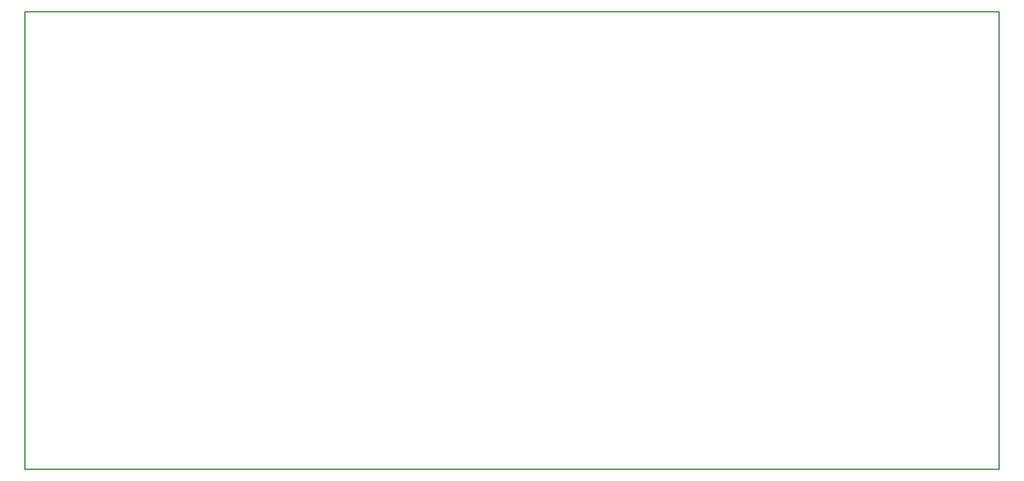
<source format=gbr>
G04 #@! TF.GenerationSoftware,KiCad,Pcbnew,5.1.5+dfsg1-2build2*
G04 #@! TF.CreationDate,2023-04-13T23:09:06-05:00*
G04 #@! TF.ProjectId,NES_backup,4e45535f-6261-4636-9b75-702e6b696361,rev?*
G04 #@! TF.SameCoordinates,Original*
G04 #@! TF.FileFunction,Legend,Bot*
G04 #@! TF.FilePolarity,Positive*
%FSLAX46Y46*%
G04 Gerber Fmt 4.6, Leading zero omitted, Abs format (unit mm)*
G04 Created by KiCad (PCBNEW 5.1.5+dfsg1-2build2) date 2023-04-13 23:09:06*
%MOMM*%
%LPD*%
G04 APERTURE LIST*
%ADD10C,0.150000*%
G04 APERTURE END LIST*
D10*
X211500000Y-150700000D02*
X211500000Y-91500000D01*
X85500000Y-150700000D02*
X85500000Y-91500000D01*
X85500000Y-91500000D02*
X211500000Y-91500000D01*
X85500000Y-150700000D02*
X211500000Y-150700000D01*
M02*

</source>
